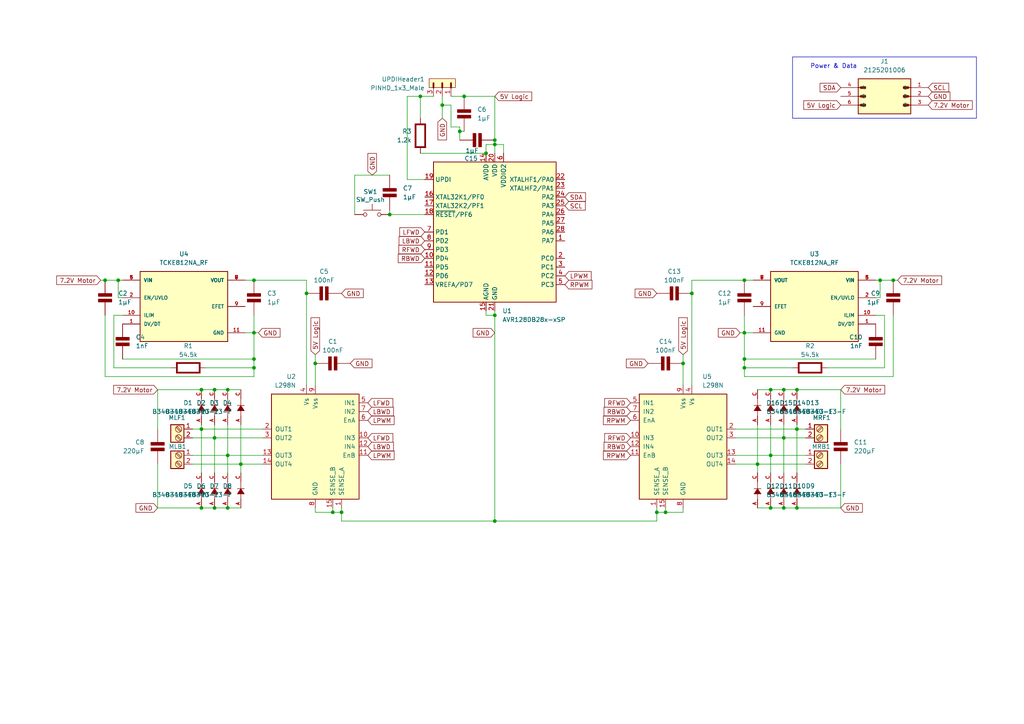
<source format=kicad_sch>
(kicad_sch (version 20250114) (generator "eeschema") (generator_version "9.0")
  (paper "A4")
  (lib_symbols
    (symbol "2125201006:2125201006" (pin_names (offset 1.016))
      (property "Reference" "J" (at -7.62 6.35 0))
      (property "Value" "2125201006" (at -7.62 -7.62 0))
      (symbol "2125201006_0_0"
        (pin passive line (at -12.7 2.54 0) (length 5.08) (name "1") (number "1"))
        (pin passive line (at -12.7 0 0) (length 5.08) (name "2") (number "2"))
        (pin passive line (at -12.7 -2.54 0) (length 5.08) (name "3") (number "3"))
        (pin passive line (at 12.7 2.54 180) (length 5.08) (name "4") (number "4"))
        (pin passive line (at 12.7 0 180) (length 5.08) (name "5") (number "5"))
        (pin passive line (at 12.7 -2.54 180) (length 5.08) (name "6") (number "6"))
      )
    )
    (symbol "B340-13-F:B340-13-F" (pin_names (offset 1.016))
      (property "Reference" "D" (at -5.084 2.542 0))
      (property "Value" "B340-13-F" (at -5.0836 -4.3211 0))
      (symbol "B340-13-F_0_0"
        (pin passive line (at -5.08 0 0) (length 2.54) (name "~") (number "A"))
        (pin passive line (at 5.08 0 180) (length 2.54) (name "~") (number "C"))
      )
    )
    (symbol "Driver_Motor:L298N" (pin_names (offset 1.016))
      (property "Reference" "U" (at -10.16 16.51 0))
      (property "Value" "L298N" (at 12.7 16.51 0))
      (symbol "L298N_1_1"
        (pin input line (at -15.24 12.7 0) (length 2.54) (name "IN1") (number "5"))
        (pin input line (at -15.24 10.16 0) (length 2.54) (name "IN2") (number "7"))
        (pin input line (at -15.24 7.62 0) (length 2.54) (name "EnA") (number "6"))
        (pin input line (at -15.24 2.54 0) (length 2.54) (name "IN3") (number "10"))
        (pin input line (at -15.24 0 0) (length 2.54) (name "IN4") (number "12"))
        (pin input line (at -15.24 -2.54 0) (length 2.54) (name "EnB") (number "11"))
        (pin power_in line (at -7.62 -17.78 90) (length 2.54) (name "SENSE_A") (number "1"))
        (pin power_in line (at -5.08 -17.78 90) (length 2.54) (name "SENSE_B") (number "15"))
        (pin power_in line (at 0 17.78 270) (length 2.54) (name "Vss") (number "9"))
        (pin power_in line (at 0 -17.78 90) (length 2.54) (name "GND") (number "8"))
        (pin power_in line (at 2.54 17.78 270) (length 2.54) (name "Vs") (number "4"))
        (pin output line (at 15.24 5.08 180) (length 2.54) (name "OUT1") (number "2"))
        (pin output line (at 15.24 2.54 180) (length 2.54) (name "OUT2") (number "3"))
        (pin output line (at 15.24 -2.54 180) (length 2.54) (name "OUT3") (number "13"))
        (pin output line (at 15.24 -5.08 180) (length 2.54) (name "OUT4") (number "14"))
      )
    )
    (symbol "MCU_Microchip_AVR_Dx:AVR128DB28x-xSP"
      (property "Reference" "U" (at -17.78 21.59 0))
      (property "Value" "AVR128DB28x-xSP" (at 2.54 -21.59 0))
      (symbol "AVR128DB28x-xSP_1_1"
        (pin input line (at -20.32 15.24 0) (length 2.54) (name "UPDI") (number "19"))
        (pin bidirectional line (at -20.32 10.16 0) (length 2.54) (name "XTAL32K1/PF0") (number "16"))
        (pin bidirectional line (at -20.32 7.62 0) (length 2.54) (name "XTAL32K2/PF1") (number "17"))
        (pin bidirectional line (at -20.32 5.08 0) (length 2.54) (name "~{RESET}/PF6") (number "18"))
        (pin bidirectional line (at -20.32 0 0) (length 2.54) (name "PD1") (number "7"))
        (pin bidirectional line (at -20.32 -2.54 0) (length 2.54) (name "PD2") (number "8"))
        (pin bidirectional line (at -20.32 -5.08 0) (length 2.54) (name "PD3") (number "9"))
        (pin bidirectional line (at -20.32 -7.62 0) (length 2.54) (name "PD4") (number "10"))
        (pin bidirectional line (at -20.32 -10.16 0) (length 2.54) (name "PD5") (number "11"))
        (pin bidirectional line (at -20.32 -12.7 0) (length 2.54) (name "PD6") (number "12"))
        (pin bidirectional line (at -20.32 -15.24 0) (length 2.54) (name "VREFA/PD7") (number "13"))
        (pin power_in line (at -2.54 22.86 270) (length 2.54) (name "AVDD") (number "14"))
        (pin power_in line (at -2.54 -22.86 90) (length 2.54) (name "AGND") (number "15"))
        (pin power_in line (at 0 22.86 270) (length 2.54) (name "VDD") (number "20"))
        (pin power_in line (at 0 -22.86 90) (length 2.54) (name "GND") (number "21"))
        (pin power_in line (at 2.54 22.86 270) (length 2.54) (name "VDDIO2") (number "6"))
        (pin bidirectional line (at 20.32 15.24 180) (length 2.54) (name "XTALHF1/PA0") (number "22"))
        (pin bidirectional line (at 20.32 12.7 180) (length 2.54) (name "XTALHF2/PA1") (number "23"))
        (pin bidirectional line (at 20.32 10.16 180) (length 2.54) (name "PA2") (number "24"))
        (pin bidirectional line (at 20.32 7.62 180) (length 2.54) (name "PA3") (number "25"))
        (pin bidirectional line (at 20.32 5.08 180) (length 2.54) (name "PA4") (number "26"))
        (pin bidirectional line (at 20.32 2.54 180) (length 2.54) (name "PA5") (number "27"))
        (pin bidirectional line (at 20.32 0 180) (length 2.54) (name "PA6") (number "28"))
        (pin bidirectional line (at 20.32 -2.54 180) (length 2.54) (name "PA7") (number "1"))
        (pin bidirectional line (at 20.32 -7.62 180) (length 2.54) (name "PC0") (number "2"))
        (pin bidirectional line (at 20.32 -10.16 180) (length 2.54) (name "PC1") (number "3"))
        (pin bidirectional line (at 20.32 -12.7 180) (length 2.54) (name "PC2") (number "4"))
        (pin bidirectional line (at 20.32 -15.24 180) (length 2.54) (name "PC3") (number "5"))
      )
    )
    (symbol "PCM_Elektuur:C" (pin_numbers (hide yes)) (pin_names (offset 0) (hide yes))
      (property "Reference" "C" (at 0.635 3.175 0))
      (property "Value" "C" (at 0.635 -3.175 0))
      (symbol "C_1_1"
        (pin passive line (at 0 5.08 270) (length 3.8862) (name "+") (number "1"))
        (pin passive line (at 0 -5.08 90) (length 3.8862) (name "-") (number "2"))
      )
      (symbol "C_1_2"
        (pin passive line (at 0 5.08 270) (length 3.5814) (name "+") (number "1"))
        (pin passive line (at 0 -5.08 90) (length 3.5814) (name "-") (number "2"))
      )
    )
    (symbol "PCM_Elektuur:R" (pin_numbers (hide yes)) (pin_names (offset 0) (hide yes))
      (property "Reference" "R" (at 2.54 3.175 0))
      (property "Value" "R" (at 0 0 90))
      (symbol "R_1_1"
        (pin passive line (at 0 5.08 270) (length 1.651) (name "+") (number "1"))
        (pin passive line (at 0 -5.08 90) (length 1.651) (name "-") (number "2"))
      )
      (symbol "R_1_2"
        (pin passive line (at 0 5.08 270) (length 1.651) (name "+") (number "1"))
        (pin passive line (at 0 -5.08 90) (length 1.651) (name "-") (number "2"))
      )
      (symbol "R_1_3"
        (pin passive line (at 0 5.08 270) (length 1.6002) (name "+") (number "1"))
        (pin passive line (at 0 -5.08 90) (length 1.6002) (name "-") (number "2"))
      )
      (symbol "R_1_4"
        (pin passive line (at 0 5.08 270) (length 0.5334) (name "+") (number "1"))
        (pin passive line (at 0 -5.08 90) (length 0.5334) (name "-") (number "2"))
      )
    )
    (symbol "PCM_SL_Pin_Headers:PINHD_1x3_Male"
      (property "Reference" "J" (at 0 7.62 0))
      (property "Value" "PINHD_1x3_Male" (at 0 5.08 0))
      (symbol "PINHD_1x3_Male_1_1"
        (pin passive line (at -3.81 2.54 0) (length 2.54) (name "") (number "1"))
        (pin passive line (at -3.81 0 0) (length 2.54) (name "") (number "2"))
        (pin passive line (at -3.81 -2.54 0) (length 2.54) (name "") (number "3"))
      )
    )
    (symbol "PCM_SL_Screw_Terminal:Screw_Terminal_2_P5.00mm"
      (property "Reference" "J" (at 0 3.81 0))
      (property "Value" "Screw_Terminal_2_P5.00mm" (at 0 -3.81 0))
      (symbol "Screw_Terminal_2_P5.00mm_1_1"
        (pin passive line (at -3.81 1.27 0) (length 2.54) (name "") (number "1"))
        (pin passive line (at -3.81 -1.27 0) (length 2.54) (name "") (number "2"))
      )
    )
    (symbol "Switch:SW_Push" (pin_numbers (hide yes)) (pin_names (offset 1.016) (hide yes))
      (property "Reference" "SW" (at 1.27 2.54 0))
      (property "Value" "SW_Push" (at 0 -1.524 0))
      (symbol "SW_Push_0_1"
        (pin passive line (at -5.08 0 0) (length 2.54) (name "1") (number "1"))
        (pin passive line (at 5.08 0 180) (length 2.54) (name "2") (number "2"))
      )
    )
    (symbol "TCKE812NA_RF:TCKE812NA_RF" (pin_names (offset 1.016))
      (property "Reference" "U" (at -12.7 10.922 0))
      (property "Value" "TCKE812NA_RF" (at -12.7 -12.7 0))
      (symbol "TCKE812NA_RF_0_0"
        (pin input line (at -17.78 7.62 0) (length 5.08) (name "VIN") (number "3"))
        (pin input line (at -17.78 7.62 0) (length 5.08) (name "VIN") (number "4"))
        (pin input line (at -17.78 7.62 0) (length 5.08) (name "VIN") (number "5"))
        (pin input line (at -17.78 2.54 0) (length 5.08) (name "EN/UVLO") (number "2"))
        (pin input line (at -17.78 -2.54 0) (length 5.08) (name "ILIM") (number "10"))
        (pin input line (at -17.78 -5.08 0) (length 5.08) (name "DV/DT") (number "1"))
        (pin output line (at 17.78 7.62 180) (length 5.08) (name "VOUT") (number "6"))
        (pin output line (at 17.78 7.62 180) (length 5.08) (name "VOUT") (number "7"))
        (pin output line (at 17.78 7.62 180) (length 5.08) (name "VOUT") (number "8"))
        (pin passive line (at 17.78 0 180) (length 5.08) (name "EFET") (number "9"))
        (pin power_in line (at 17.78 -7.62 180) (length 5.08) (name "GND") (number "11"))
      )
    )
  )
  (rectangle (start 229.87 16.51) (end 283.21 34.29))
  (text "Power & Data\n" (at 241.808 19.304 0) (effects (font (size 1.27 1.27))))
  (junction (at 62.23 113.03))
  (junction (at 219.71 134.62))
  (junction (at 215.9 106.68))
  (junction (at 190.5 148.59))
  (junction (at 96.52 148.59))
  (junction (at 227.33 147.32))
  (junction (at 66.04 147.32))
  (junction (at 223.52 132.08))
  (junction (at 215.9 81.28))
  (junction (at 62.23 127))
  (junction (at 73.66 81.28))
  (junction (at 73.66 96.52))
  (junction (at 113.03 62.23))
  (junction (at 259.08 81.28))
  (junction (at 227.33 113.03))
  (junction (at 134.62 27.94))
  (junction (at 66.04 113.03))
  (junction (at 143.51 91.44))
  (junction (at 227.33 127))
  (junction (at 200.66 85.09))
  (junction (at 223.52 113.03))
  (junction (at 69.85 134.62))
  (junction (at 30.48 81.28))
  (junction (at 73.66 106.68))
  (junction (at 215.9 96.52))
  (junction (at 88.9 85.09))
  (junction (at 231.14 113.03))
  (junction (at 133.35 38.1))
  (junction (at 215.9 104.14))
  (junction (at 198.12 105.41))
  (junction (at 58.42 124.46))
  (junction (at 91.44 105.41))
  (junction (at 143.51 40.64))
  (junction (at 73.66 104.14))
  (junction (at 231.14 147.32))
  (junction (at 34.29 81.28))
  (junction (at 99.06 148.59))
  (junction (at 143.51 151.13))
  (junction (at 140.97 44.45))
  (junction (at 128.27 30.48))
  (junction (at 231.14 124.46))
  (junction (at 223.52 147.32))
  (junction (at 255.27 81.28))
  (junction (at 58.42 147.32))
  (junction (at 66.04 132.08))
  (junction (at 121.92 27.94))
  (junction (at 143.51 41.91))
  (junction (at 62.23 147.32))
  (junction (at 58.42 113.03))
  (junction (at 193.04 148.59))
  (wire (pts (xy 254 104.14) (xy 215.9 104.14)))
  (wire (pts (xy 99.06 151.13) (xy 143.51 151.13)))
  (wire (pts (xy 146.05 44.45) (xy 146.05 41.91)))
  (wire (pts (xy 143.51 27.94) (xy 143.51 40.64)))
  (wire (pts (xy 30.48 91.44) (xy 30.48 109.22)))
  (wire (pts (xy 231.14 124.46) (xy 213.36 124.46)))
  (wire (pts (xy 227.33 123.19) (xy 227.33 127)))
  (wire (pts (xy 143.51 91.44) (xy 143.51 151.13)))
  (wire (pts (xy 69.85 123.19) (xy 69.85 134.62)))
  (wire (pts (xy 118.11 27.94) (xy 121.92 27.94)))
  (wire (pts (xy 62.23 147.32) (xy 66.04 147.32)))
  (wire (pts (xy 66.04 123.19) (xy 66.04 132.08)))
  (wire (pts (xy 256.54 91.44) (xy 254 91.44)))
  (wire (pts (xy 233.68 124.46) (xy 231.14 124.46)))
  (wire (pts (xy 231.14 124.46) (xy 231.14 137.16)))
  (wire (pts (xy 219.71 134.62) (xy 219.71 137.16)))
  (wire (pts (xy 223.52 132.08) (xy 223.52 137.16)))
  (wire (pts (xy 133.35 38.1) (xy 134.62 38.1)))
  (wire (pts (xy 29.21 81.28) (xy 30.48 81.28)))
  (wire (pts (xy 121.92 44.45) (xy 140.97 44.45)))
  (wire (pts (xy 214.63 96.52) (xy 215.9 96.52)))
  (wire (pts (xy 223.52 123.19) (xy 223.52 132.08)))
  (wire (pts (xy 118.11 52.07) (xy 123.19 52.07)))
  (wire (pts (xy 219.71 134.62) (xy 213.36 134.62)))
  (wire (pts (xy 231.14 113.03) (xy 227.33 113.03)))
  (wire (pts (xy 73.66 96.52) (xy 73.66 104.14)))
  (wire (pts (xy 58.42 147.32) (xy 62.23 147.32)))
  (wire (pts (xy 62.23 127) (xy 76.2 127)))
  (wire (pts (xy 130.81 27.94) (xy 134.62 27.94)))
  (wire (pts (xy 130.81 36.83) (xy 133.35 36.83)))
  (wire (pts (xy 62.23 113.03) (xy 66.04 113.03)))
  (wire (pts (xy 125.73 27.94) (xy 121.92 27.94)))
  (wire (pts (xy 66.04 147.32) (xy 69.85 147.32)))
  (wire (pts (xy 74.93 96.52) (xy 73.66 96.52)))
  (wire (pts (xy 73.66 106.68) (xy 73.66 109.22)))
  (wire (pts (xy 218.44 81.28) (xy 215.9 81.28)))
  (wire (pts (xy 55.88 124.46) (xy 58.42 124.46)))
  (wire (pts (xy 58.42 123.19) (xy 58.42 124.46)))
  (wire (pts (xy 143.51 41.91) (xy 146.05 41.91)))
  (wire (pts (xy 59.69 106.68) (xy 73.66 106.68)))
  (wire (pts (xy 215.9 91.44) (xy 215.9 96.52)))
  (wire (pts (xy 193.04 147.32) (xy 193.04 148.59)))
  (wire (pts (xy 45.72 147.32) (xy 58.42 147.32)))
  (wire (pts (xy 231.14 147.32) (xy 227.33 147.32)))
  (wire (pts (xy 243.84 134.62) (xy 243.84 147.32)))
  (wire (pts (xy 198.12 105.41) (xy 198.12 111.76)))
  (wire (pts (xy 45.72 113.03) (xy 45.72 124.46)))
  (wire (pts (xy 113.03 62.23) (xy 123.19 62.23)))
  (wire (pts (xy 255.27 86.36) (xy 254 86.36)))
  (wire (pts (xy 55.88 132.08) (xy 66.04 132.08)))
  (wire (pts (xy 133.35 38.1) (xy 133.35 36.83)))
  (wire (pts (xy 33.02 91.44) (xy 35.56 91.44)))
  (wire (pts (xy 73.66 91.44) (xy 73.66 96.52)))
  (wire (pts (xy 34.29 81.28) (xy 35.56 81.28)))
  (wire (pts (xy 73.66 81.28) (xy 88.9 81.28)))
  (wire (pts (xy 219.71 123.19) (xy 219.71 134.62)))
  (wire (pts (xy 133.35 38.1) (xy 133.35 40.64)))
  (wire (pts (xy 227.33 127) (xy 227.33 137.16)))
  (wire (pts (xy 215.9 96.52) (xy 218.44 96.52)))
  (wire (pts (xy 227.33 147.32) (xy 223.52 147.32)))
  (wire (pts (xy 58.42 113.03) (xy 62.23 113.03)))
  (wire (pts (xy 215.9 81.28) (xy 200.66 81.28)))
  (wire (pts (xy 260.35 81.28) (xy 259.08 81.28)))
  (wire (pts (xy 255.27 81.28) (xy 255.27 86.36)))
  (wire (pts (xy 140.97 91.44) (xy 143.51 91.44)))
  (wire (pts (xy 88.9 81.28) (xy 88.9 85.09)))
  (wire (pts (xy 128.27 27.94) (xy 128.27 30.48)))
  (wire (pts (xy 215.9 104.14) (xy 215.9 106.68)))
  (wire (pts (xy 102.87 62.23) (xy 102.87 50.8)))
  (wire (pts (xy 62.23 127) (xy 62.23 137.16)))
  (wire (pts (xy 259.08 109.22) (xy 215.9 109.22)))
  (wire (pts (xy 73.66 96.52) (xy 71.12 96.52)))
  (wire (pts (xy 227.33 113.03) (xy 223.52 113.03)))
  (wire (pts (xy 256.54 91.44) (xy 256.54 106.68)))
  (wire (pts (xy 91.44 102.87) (xy 91.44 105.41)))
  (wire (pts (xy 259.08 81.28) (xy 255.27 81.28)))
  (wire (pts (xy 143.51 151.13) (xy 190.5 151.13)))
  (wire (pts (xy 71.12 81.28) (xy 73.66 81.28)))
  (wire (pts (xy 30.48 109.22) (xy 73.66 109.22)))
  (wire (pts (xy 140.97 90.17) (xy 140.97 91.44)))
  (wire (pts (xy 233.68 132.08) (xy 223.52 132.08)))
  (wire (pts (xy 45.72 113.03) (xy 58.42 113.03)))
  (wire (pts (xy 99.06 147.32) (xy 99.06 148.59)))
  (wire (pts (xy 143.51 40.64) (xy 143.51 41.91)))
  (wire (pts (xy 33.02 91.44) (xy 33.02 106.68)))
  (wire (pts (xy 45.72 134.62) (xy 45.72 147.32)))
  (wire (pts (xy 255.27 81.28) (xy 254 81.28)))
  (wire (pts (xy 227.33 127) (xy 213.36 127)))
  (wire (pts (xy 198.12 102.87) (xy 198.12 105.41)))
  (wire (pts (xy 190.5 151.13) (xy 190.5 148.59)))
  (wire (pts (xy 223.52 147.32) (xy 219.71 147.32)))
  (wire (pts (xy 215.9 96.52) (xy 215.9 104.14)))
  (wire (pts (xy 128.27 30.48) (xy 130.81 30.48)))
  (wire (pts (xy 91.44 105.41) (xy 91.44 111.76)))
  (wire (pts (xy 231.14 123.19) (xy 231.14 124.46)))
  (wire (pts (xy 34.29 86.36) (xy 35.56 86.36)))
  (wire (pts (xy 190.5 148.59) (xy 193.04 148.59)))
  (wire (pts (xy 121.92 27.94) (xy 121.92 34.29)))
  (wire (pts (xy 259.08 91.44) (xy 259.08 109.22)))
  (wire (pts (xy 233.68 134.62) (xy 219.71 134.62)))
  (wire (pts (xy 34.29 81.28) (xy 34.29 86.36)))
  (wire (pts (xy 243.84 147.32) (xy 231.14 147.32)))
  (wire (pts (xy 96.52 147.32) (xy 96.52 148.59)))
  (wire (pts (xy 88.9 85.09) (xy 88.9 111.76)))
  (wire (pts (xy 143.51 41.91) (xy 140.97 41.91)))
  (wire (pts (xy 243.84 113.03) (xy 231.14 113.03)))
  (wire (pts (xy 35.56 104.14) (xy 73.66 104.14)))
  (wire (pts (xy 91.44 148.59) (xy 91.44 147.32)))
  (wire (pts (xy 200.66 85.09) (xy 200.66 111.76)))
  (wire (pts (xy 30.48 81.28) (xy 34.29 81.28)))
  (wire (pts (xy 66.04 113.03) (xy 69.85 113.03)))
  (wire (pts (xy 256.54 106.68) (xy 240.03 106.68)))
  (wire (pts (xy 134.62 27.94) (xy 143.51 27.94)))
  (wire (pts (xy 140.97 44.45) (xy 140.97 41.91)))
  (wire (pts (xy 69.85 134.62) (xy 76.2 134.62)))
  (wire (pts (xy 130.81 30.48) (xy 130.81 36.83)))
  (wire (pts (xy 62.23 123.19) (xy 62.23 127)))
  (wire (pts (xy 58.42 124.46) (xy 58.42 137.16)))
  (wire (pts (xy 55.88 127) (xy 62.23 127)))
  (wire (pts (xy 118.11 52.07) (xy 118.11 27.94)))
  (wire (pts (xy 143.51 41.91) (xy 143.51 44.45)))
  (wire (pts (xy 200.66 81.28) (xy 200.66 85.09)))
  (wire (pts (xy 99.06 151.13) (xy 99.06 148.59)))
  (wire (pts (xy 91.44 148.59) (xy 96.52 148.59)))
  (wire (pts (xy 143.51 90.17) (xy 143.51 91.44)))
  (wire (pts (xy 190.5 147.32) (xy 190.5 148.59)))
  (wire (pts (xy 33.02 106.68) (xy 49.53 106.68)))
  (wire (pts (xy 128.27 30.48) (xy 128.27 34.29)))
  (wire (pts (xy 198.12 148.59) (xy 198.12 147.32)))
  (wire (pts (xy 113.03 62.23) (xy 113.03 60.96)))
  (wire (pts (xy 99.06 148.59) (xy 96.52 148.59)))
  (wire (pts (xy 69.85 134.62) (xy 69.85 137.16)))
  (wire (pts (xy 55.88 134.62) (xy 69.85 134.62)))
  (wire (pts (xy 66.04 132.08) (xy 76.2 132.08)))
  (wire (pts (xy 233.68 127) (xy 227.33 127)))
  (wire (pts (xy 243.84 113.03) (xy 243.84 124.46)))
  (wire (pts (xy 215.9 106.68) (xy 215.9 109.22)))
  (wire (pts (xy 66.04 132.08) (xy 66.04 137.16)))
  (wire (pts (xy 229.87 106.68) (xy 215.9 106.68)))
  (wire (pts (xy 223.52 113.03) (xy 219.71 113.03)))
  (wire (pts (xy 102.87 50.8) (xy 113.03 50.8)))
  (wire (pts (xy 58.42 124.46) (xy 76.2 124.46)))
  (wire (pts (xy 198.12 148.59) (xy 193.04 148.59)))
  (wire (pts (xy 223.52 132.08) (xy 213.36 132.08)))
  (wire (pts (xy 73.66 104.14) (xy 73.66 106.68)))
  (global_label "5V Logic" (shape input) (at 243.84 30.48 180) (property "Intersheetrefs" "${INTERSHEET_REFS}" (effects (hide yes))))
  (global_label "SCL" (shape input) (at 269.24 25.4 0) (property "Intersheetrefs" "${INTERSHEET_REFS}" (effects (hide yes))))
  (global_label "LBWD" (shape input) (at 106.68 119.38 0) (property "Intersheetrefs" "${INTERSHEET_REFS}" (effects (hide yes))))
  (global_label "GND" (shape input) (at 101.6 105.41 0) (property "Intersheetrefs" "${INTERSHEET_REFS}" (effects (hide yes))))
  (global_label "7.2V Motor" (shape input) (at 45.72 113.03 180) (property "Intersheetrefs" "${INTERSHEET_REFS}" (effects (hide yes))))
  (global_label "GND" (shape input) (at 107.95 50.8 90) (property "Intersheetrefs" "${INTERSHEET_REFS}" (effects (hide yes))))
  (global_label "SDA" (shape input) (at 243.84 25.4 180) (property "Intersheetrefs" "${INTERSHEET_REFS}" (effects (hide yes))))
  (global_label "GND" (shape input) (at 143.51 96.52 180) (property "Intersheetrefs" "${INTERSHEET_REFS}" (effects (hide yes))))
  (global_label "RBWD" (shape input) (at 123.19 74.93 180) (property "Intersheetrefs" "${INTERSHEET_REFS}" (effects (hide yes))))
  (global_label "LFWD" (shape input) (at 106.68 116.84 0) (property "Intersheetrefs" "${INTERSHEET_REFS}" (effects (hide yes))))
  (global_label "GND" (shape input) (at 190.5 85.09 180) (property "Intersheetrefs" "${INTERSHEET_REFS}" (effects (hide yes))))
  (global_label "LBWD" (shape input) (at 123.19 69.85 180) (property "Intersheetrefs" "${INTERSHEET_REFS}" (effects (hide yes))))
  (global_label "RPWM" (shape input) (at 163.83 82.55 0) (property "Intersheetrefs" "${INTERSHEET_REFS}" (effects (hide yes))))
  (global_label "RBWD" (shape input) (at 182.88 119.38 180) (property "Intersheetrefs" "${INTERSHEET_REFS}" (effects (hide yes))))
  (global_label "GND" (shape input) (at 45.72 147.32 180) (property "Intersheetrefs" "${INTERSHEET_REFS}" (effects (hide yes))))
  (global_label "GND" (shape input) (at 214.63 96.52 180) (property "Intersheetrefs" "${INTERSHEET_REFS}" (effects (hide yes))))
  (global_label "LFWD" (shape input) (at 123.19 67.31 180) (property "Intersheetrefs" "${INTERSHEET_REFS}" (effects (hide yes))))
  (global_label "RFWD" (shape input) (at 182.88 127 180) (property "Intersheetrefs" "${INTERSHEET_REFS}" (effects (hide yes))))
  (global_label "LPWM" (shape input) (at 106.68 132.08 0) (property "Intersheetrefs" "${INTERSHEET_REFS}" (effects (hide yes))))
  (global_label "5V Logic" (shape input) (at 143.51 27.94 0) (property "Intersheetrefs" "${INTERSHEET_REFS}" (effects (hide yes))))
  (global_label "GND" (shape input) (at 128.27 34.29 270) (property "Intersheetrefs" "${INTERSHEET_REFS}" (effects (hide yes))))
  (global_label "GND" (shape input) (at 187.96 105.41 180) (property "Intersheetrefs" "${INTERSHEET_REFS}" (effects (hide yes))))
  (global_label "7.2V Motor" (shape input) (at 29.21 81.28 180) (property "Intersheetrefs" "${INTERSHEET_REFS}" (effects (hide yes))))
  (global_label "RBWD" (shape input) (at 182.88 129.54 180) (property "Intersheetrefs" "${INTERSHEET_REFS}" (effects (hide yes))))
  (global_label "GND" (shape input) (at 99.06 85.09 0) (property "Intersheetrefs" "${INTERSHEET_REFS}" (effects (hide yes))))
  (global_label "LFWD" (shape input) (at 106.68 127 0) (property "Intersheetrefs" "${INTERSHEET_REFS}" (effects (hide yes))))
  (global_label "RPWM" (shape input) (at 182.88 132.08 180) (property "Intersheetrefs" "${INTERSHEET_REFS}" (effects (hide yes))))
  (global_label "GND" (shape input) (at 269.24 27.94 0) (property "Intersheetrefs" "${INTERSHEET_REFS}" (effects (hide yes))))
  (global_label "GND" (shape input) (at 243.84 147.32 0) (property "Intersheetrefs" "${INTERSHEET_REFS}" (effects (hide yes))))
  (global_label "GND" (shape input) (at 74.93 96.52 0) (property "Intersheetrefs" "${INTERSHEET_REFS}" (effects (hide yes))))
  (global_label "7.2V Motor" (shape input) (at 243.84 113.03 0) (property "Intersheetrefs" "${INTERSHEET_REFS}" (effects (hide yes))))
  (global_label "LBWD" (shape input) (at 106.68 129.54 0) (property "Intersheetrefs" "${INTERSHEET_REFS}" (effects (hide yes))))
  (global_label "RPWM" (shape input) (at 182.88 121.92 180) (property "Intersheetrefs" "${INTERSHEET_REFS}" (effects (hide yes))))
  (global_label "SDA" (shape input) (at 163.83 57.15 0) (property "Intersheetrefs" "${INTERSHEET_REFS}" (effects (hide yes))))
  (global_label "RFWD" (shape input) (at 123.19 72.39 180) (property "Intersheetrefs" "${INTERSHEET_REFS}" (effects (hide yes))))
  (global_label "7.2V Motor" (shape input) (at 260.35 81.28 0) (property "Intersheetrefs" "${INTERSHEET_REFS}" (effects (hide yes))))
  (global_label "LPWM" (shape input) (at 163.83 80.01 0) (property "Intersheetrefs" "${INTERSHEET_REFS}" (effects (hide yes))))
  (global_label "SCL" (shape input) (at 163.83 59.69 0) (property "Intersheetrefs" "${INTERSHEET_REFS}" (effects (hide yes))))
  (global_label "7.2V Motor" (shape input) (at 269.24 30.48 0) (property "Intersheetrefs" "${INTERSHEET_REFS}" (effects (hide yes))))
  (global_label "5V Logic" (shape input) (at 91.44 102.87 90) (property "Intersheetrefs" "${INTERSHEET_REFS}" (effects (hide yes))))
  (global_label "5V Logic" (shape input) (at 198.12 102.87 90) (property "Intersheetrefs" "${INTERSHEET_REFS}" (effects (hide yes))))
  (global_label "RFWD" (shape input) (at 182.88 116.84 180) (property "Intersheetrefs" "${INTERSHEET_REFS}" (effects (hide yes))))
  (global_label "LPWM" (shape input) (at 106.68 121.92 0) (property "Intersheetrefs" "${INTERSHEET_REFS}" (effects (hide yes))))
  (symbol (lib_id "Driver_Motor:L298N") (at 198.12 129.54 0) (unit 1)
    (property "Reference" "U5" (at 203.708 109.22 0) (effects (justify left)))
    (property "Value" "L298N" (at 203.708 111.76 0) (effects (justify left)))
    (property "Footprint" "L298N:Multiwatt15L V with heatsink v2" (effects (hide yes)))
    (property "Datasheet" "http://www.st.com/st-web-ui/static/active/en/resource/technical/document/datasheet/CD00000240.pdf" (effects (hide yes)))
    (property "Description" "Dual full bridge motor driver, up to 46V, 4A, Multiwatt15-V" (effects (hide yes)))
  )
  (symbol (lib_id "B340-13-F:B340-13-F") (at 62.23 142.24 270) (mirror x) (unit 1)
    (property "Reference" "D6" (at 59.69 140.9699 90) (effects (justify right)))
    (property "Value" "B340-13-F" (at 59.69 143.5099 90) (effects (justify right)))
    (property "Footprint" "B340-13-F:DIO_B340-13-F" (effects (hide yes)))
    (property "MF" "Diodes Inc." (effects (hide yes)))
    (property "Description_1" "Schottky Diode 3A 40V 0.5Vf SMC | Diodes Inc B340-13-F" (effects (hide yes)))
    (property "Package" "DO-214 Diodes Inc." (effects (hide yes)))
    (property "Price" "None" (effects (hide yes)))
    (property "Check_prices" "https://www.snapeda.com/parts/B340-13-F/Diodes+Inc./view-part/?ref=eda" (effects (hide yes)))
    (property "STANDARD" "Manufacturer Recommendations" (effects (hide yes)))
    (property "PARTREV" "12-2" (effects (hide yes)))
    (property "SnapEDA_Link" "https://www.snapeda.com/parts/B340-13-F/Diodes+Inc./view-part/?ref=snap" (effects (hide yes)))
    (property "MP" "B340-13-F" (effects (hide yes)))
    (property "Availability" "In Stock" (effects (hide yes)))
    (property "MANUFACTURER" "DIODES INCORPORATED" (effects (hide yes)))
  )
  (symbol (lib_id "PCM_Elektuur:C") (at 113.03 55.88 0) (unit 1)
    (property "Reference" "C7" (at 116.84 54.6099 0) (effects (justify left)))
    (property "Value" "1μF" (at 116.84 57.1499 0) (effects (justify left)))
    (property "Footprint" "Capacitor_THT:C_Disc_D3.0mm_W2.0mm_P2.50mm" (effects (hide yes)))
    (property "Description" "capacitor, non-polarized/bipolar" (effects (hide yes)))
    (property "Indicator" "+" (effects (hide yes)))
    (property "Rating" "V" (effects (hide yes)))
  )
  (symbol (lib_id "B340-13-F:B340-13-F") (at 69.85 142.24 270) (mirror x) (unit 1)
    (property "Reference" "D8" (at 67.31 140.9699 90) (effects (justify right)))
    (property "Value" "B340-13-F" (at 67.31 143.5099 90) (effects (justify right)))
    (property "Footprint" "B340-13-F:DIO_B340-13-F" (effects (hide yes)))
    (property "MF" "Diodes Inc." (effects (hide yes)))
    (property "Description_1" "Schottky Diode 3A 40V 0.5Vf SMC | Diodes Inc B340-13-F" (effects (hide yes)))
    (property "Package" "DO-214 Diodes Inc." (effects (hide yes)))
    (property "Price" "None" (effects (hide yes)))
    (property "Check_prices" "https://www.snapeda.com/parts/B340-13-F/Diodes+Inc./view-part/?ref=eda" (effects (hide yes)))
    (property "STANDARD" "Manufacturer Recommendations" (effects (hide yes)))
    (property "PARTREV" "12-2" (effects (hide yes)))
    (property "SnapEDA_Link" "https://www.snapeda.com/parts/B340-13-F/Diodes+Inc./view-part/?ref=snap" (effects (hide yes)))
    (property "MP" "B340-13-F" (effects (hide yes)))
    (property "Availability" "In Stock" (effects (hide yes)))
    (property "MANUFACTURER" "DIODES INCORPORATED" (effects (hide yes)))
  )
  (symbol (lib_id "PCM_Elektuur:C") (at 93.98 85.09 90) (unit 1)
    (property "Reference" "C5" (at 93.98 78.74 90))
    (property "Value" "100nF" (at 93.98 81.28 90))
    (property "Footprint" "Capacitor_THT:C_Disc_D3.0mm_W2.0mm_P2.50mm" (effects (hide yes)))
    (property "Description" "capacitor, non-polarized/bipolar" (effects (hide yes)))
    (property "Indicator" "+" (effects (hide yes)))
    (property "Rating" "V" (effects (hide yes)))
  )
  (symbol (lib_id "PCM_Elektuur:C") (at 45.72 129.54 0) (mirror y) (unit 1)
    (property "Reference" "C8" (at 41.91 128.2699 0) (effects (justify left)))
    (property "Value" "220μF" (at 41.91 130.8099 0) (effects (justify left)))
    (property "Footprint" "Capacitor_THT:C_Disc_D3.0mm_W2.0mm_P2.50mm" (effects (hide yes)))
    (property "Description" "capacitor, non-polarized/bipolar" (effects (hide yes)))
    (property "Indicator" "+" (effects (hide yes)))
    (property "Rating" "V" (effects (hide yes)))
  )
  (symbol (lib_id "Switch:SW_Push") (at 107.95 62.23 0) (unit 1)
    (property "Reference" "SW1" (at 107.442 55.626 0))
    (property "Value" "SW_Push" (at 107.442 57.912 0))
    (property "Footprint" "Button_Switch_THT:SW_PUSH_6mm" (effects (hide yes)))
    (property "Description" "Push button switch, generic, two pins" (effects (hide yes)))
  )
  (symbol (lib_id "B340-13-F:B340-13-F") (at 223.52 142.24 90) (unit 1)
    (property "Reference" "D11" (at 226.06 140.9699 90) (effects (justify right)))
    (property "Value" "B340-13-F" (at 226.06 143.5099 90) (effects (justify right)))
    (property "Footprint" "B340-13-F:DIO_B340-13-F" (effects (hide yes)))
    (property "MF" "Diodes Inc." (effects (hide yes)))
    (property "Description_1" "Schottky Diode 3A 40V 0.5Vf SMC | Diodes Inc B340-13-F" (effects (hide yes)))
    (property "Package" "DO-214 Diodes Inc." (effects (hide yes)))
    (property "Price" "None" (effects (hide yes)))
    (property "Check_prices" "https://www.snapeda.com/parts/B340-13-F/Diodes+Inc./view-part/?ref=eda" (effects (hide yes)))
    (property "STANDARD" "Manufacturer Recommendations" (effects (hide yes)))
    (property "PARTREV" "12-2" (effects (hide yes)))
    (property "SnapEDA_Link" "https://www.snapeda.com/parts/B340-13-F/Diodes+Inc./view-part/?ref=snap" (effects (hide yes)))
    (property "MP" "B340-13-F" (effects (hide yes)))
    (property "Availability" "In Stock" (effects (hide yes)))
    (property "MANUFACTURER" "DIODES INCORPORATED" (effects (hide yes)))
  )
  (symbol (lib_id "PCM_Elektuur:C") (at 195.58 85.09 270) (mirror x) (unit 1)
    (property "Reference" "C13" (at 195.58 78.74 90))
    (property "Value" "100nF" (at 195.58 81.28 90))
    (property "Footprint" "Capacitor_THT:C_Disc_D3.0mm_W2.0mm_P2.50mm" (effects (hide yes)))
    (property "Description" "capacitor, non-polarized/bipolar" (effects (hide yes)))
    (property "Indicator" "+" (effects (hide yes)))
    (property "Rating" "V" (effects (hide yes)))
  )
  (symbol (lib_id "PCM_SL_Screw_Terminal:Screw_Terminal_2_P5.00mm") (at 52.07 125.73 0) (mirror y) (unit 1)
    (property "Reference" "MLF1" (at 53.848 121.158 0) (effects (justify left)))
    (property "Value" "Screw_Terminal_2_P5.00mm" (effects (hide yes)))
    (property "Footprint" "TerminalBlock_Phoenix:TerminalBlock_Phoenix_PT-1,5-2-5.0-H_1x02_P5.00mm_Horizontal" (effects (hide yes)))
  )
  (symbol (lib_id "PCM_Elektuur:C") (at 73.66 86.36 0) (unit 1)
    (property "Reference" "C3" (at 77.47 85.0899 0) (effects (justify left)))
    (property "Value" "1μF" (at 77.47 87.6299 0) (effects (justify left)))
    (property "Footprint" "Capacitor_THT:C_Disc_D3.0mm_W2.0mm_P2.50mm" (effects (hide yes)))
    (property "Description" "capacitor, non-polarized/bipolar" (effects (hide yes)))
    (property "Indicator" "+" (effects (hide yes)))
    (property "Rating" "V" (effects (hide yes)))
  )
  (symbol (lib_id "B340-13-F:B340-13-F") (at 58.42 142.24 270) (mirror x) (unit 1)
    (property "Reference" "D5" (at 55.88 140.9699 90) (effects (justify right)))
    (property "Value" "B340-13-F" (at 55.88 143.5099 90) (effects (justify right)))
    (property "Footprint" "B340-13-F:DIO_B340-13-F" (effects (hide yes)))
    (property "MF" "Diodes Inc." (effects (hide yes)))
    (property "Description_1" "Schottky Diode 3A 40V 0.5Vf SMC | Diodes Inc B340-13-F" (effects (hide yes)))
    (property "Package" "DO-214 Diodes Inc." (effects (hide yes)))
    (property "Price" "None" (effects (hide yes)))
    (property "Check_prices" "https://www.snapeda.com/parts/B340-13-F/Diodes+Inc./view-part/?ref=eda" (effects (hide yes)))
    (property "STANDARD" "Manufacturer Recommendations" (effects (hide yes)))
    (property "PARTREV" "12-2" (effects (hide yes)))
    (property "SnapEDA_Link" "https://www.snapeda.com/parts/B340-13-F/Diodes+Inc./view-part/?ref=snap" (effects (hide yes)))
    (property "MP" "B340-13-F" (effects (hide yes)))
    (property "Availability" "In Stock" (effects (hide yes)))
    (property "MANUFACTURER" "DIODES INCORPORATED" (effects (hide yes)))
  )
  (symbol (lib_id "B340-13-F:B340-13-F") (at 66.04 118.11 270) (mirror x) (unit 1)
    (property "Reference" "D3" (at 63.5 116.8399 90) (effects (justify right)))
    (property "Value" "B340-13-F" (at 63.5 119.3799 90) (effects (justify right)))
    (property "Footprint" "B340-13-F:DIO_B340-13-F" (effects (hide yes)))
    (property "MF" "Diodes Inc." (effects (hide yes)))
    (property "Description_1" "Schottky Diode 3A 40V 0.5Vf SMC | Diodes Inc B340-13-F" (effects (hide yes)))
    (property "Package" "DO-214 Diodes Inc." (effects (hide yes)))
    (property "Price" "None" (effects (hide yes)))
    (property "Check_prices" "https://www.snapeda.com/parts/B340-13-F/Diodes+Inc./view-part/?ref=eda" (effects (hide yes)))
    (property "STANDARD" "Manufacturer Recommendations" (effects (hide yes)))
    (property "PARTREV" "12-2" (effects (hide yes)))
    (property "SnapEDA_Link" "https://www.snapeda.com/parts/B340-13-F/Diodes+Inc./view-part/?ref=snap" (effects (hide yes)))
    (property "MP" "B340-13-F" (effects (hide yes)))
    (property "Availability" "In Stock" (effects (hide yes)))
    (property "MANUFACTURER" "DIODES INCORPORATED" (effects (hide yes)))
  )
  (symbol (lib_id "PCM_Elektuur:C") (at 134.62 33.02 0) (unit 1)
    (property "Reference" "C6" (at 138.43 31.7499 0) (effects (justify left)))
    (property "Value" "1μF" (at 138.43 34.2899 0) (effects (justify left)))
    (property "Footprint" "Capacitor_THT:C_Disc_D3.0mm_W2.0mm_P2.50mm" (effects (hide yes)))
    (property "Description" "capacitor, non-polarized/bipolar" (effects (hide yes)))
    (property "Indicator" "+" (effects (hide yes)))
    (property "Rating" "V" (effects (hide yes)))
  )
  (symbol (lib_id "B340-13-F:B340-13-F") (at 227.33 118.11 90) (unit 1)
    (property "Reference" "D14" (at 229.87 116.8399 90) (effects (justify right)))
    (property "Value" "B340-13-F" (at 229.87 119.3799 90) (effects (justify right)))
    (property "Footprint" "B340-13-F:DIO_B340-13-F" (effects (hide yes)))
    (property "MF" "Diodes Inc." (effects (hide yes)))
    (property "Description_1" "Schottky Diode 3A 40V 0.5Vf SMC | Diodes Inc B340-13-F" (effects (hide yes)))
    (property "Package" "DO-214 Diodes Inc." (effects (hide yes)))
    (property "Price" "None" (effects (hide yes)))
    (property "Check_prices" "https://www.snapeda.com/parts/B340-13-F/Diodes+Inc./view-part/?ref=eda" (effects (hide yes)))
    (property "STANDARD" "Manufacturer Recommendations" (effects (hide yes)))
    (property "PARTREV" "12-2" (effects (hide yes)))
    (property "SnapEDA_Link" "https://www.snapeda.com/parts/B340-13-F/Diodes+Inc./view-part/?ref=snap" (effects (hide yes)))
    (property "MP" "B340-13-F" (effects (hide yes)))
    (property "Availability" "In Stock" (effects (hide yes)))
    (property "MANUFACTURER" "DIODES INCORPORATED" (effects (hide yes)))
  )
  (symbol (lib_id "PCM_Elektuur:C") (at 193.04 105.41 270) (mirror x) (unit 1)
    (property "Reference" "C14" (at 193.04 99.06 90))
    (property "Value" "100nF" (at 193.04 101.6 90))
    (property "Footprint" "Capacitor_THT:C_Disc_D3.0mm_W2.0mm_P2.50mm" (effects (hide yes)))
    (property "Description" "capacitor, non-polarized/bipolar" (effects (hide yes)))
    (property "Indicator" "+" (effects (hide yes)))
    (property "Rating" "V" (effects (hide yes)))
  )
  (symbol (lib_id "B340-13-F:B340-13-F") (at 223.52 118.11 90) (unit 1)
    (property "Reference" "D15" (at 226.06 116.8399 90) (effects (justify right)))
    (property "Value" "B340-13-F" (at 226.06 119.3799 90) (effects (justify right)))
    (property "Footprint" "B340-13-F:DIO_B340-13-F" (effects (hide yes)))
    (property "MF" "Diodes Inc." (effects (hide yes)))
    (property "Description_1" "Schottky Diode 3A 40V 0.5Vf SMC | Diodes Inc B340-13-F" (effects (hide yes)))
    (property "Package" "DO-214 Diodes Inc." (effects (hide yes)))
    (property "Price" "None" (effects (hide yes)))
    (property "Check_prices" "https://www.snapeda.com/parts/B340-13-F/Diodes+Inc./view-part/?ref=eda" (effects (hide yes)))
    (property "STANDARD" "Manufacturer Recommendations" (effects (hide yes)))
    (property "PARTREV" "12-2" (effects (hide yes)))
    (property "SnapEDA_Link" "https://www.snapeda.com/parts/B340-13-F/Diodes+Inc./view-part/?ref=snap" (effects (hide yes)))
    (property "MP" "B340-13-F" (effects (hide yes)))
    (property "Availability" "In Stock" (effects (hide yes)))
    (property "MANUFACTURER" "DIODES INCORPORATED" (effects (hide yes)))
  )
  (symbol (lib_id "2125201006:2125201006") (at 256.54 27.94 0) (mirror y) (unit 1)
    (property "Reference" "J1" (at 256.54 17.78 0))
    (property "Value" "2125201006" (at 256.54 20.32 0))
    (property "Footprint" "2125201006:MOLEX_2125201006" (effects (hide yes)))
    (property "DigiKey_Part_Number" "900-2125201006-ND" (effects (hide yes)))
    (property "SnapEDA_Link" "https://www.snapeda.com/parts/212520-1006/Molex/view-part/?ref=snap" (effects (hide yes)))
    (property "MAXIMUM_PACKAGE_HEIGHT" "13.60mm" (effects (hide yes)))
    (property "Package" "None" (effects (hide yes)))
    (property "Check_prices" "https://www.snapeda.com/parts/212520-1006/Molex/view-part/?ref=eda" (effects (hide yes)))
    (property "STANDARD" "Manufacturer Recommendations" (effects (hide yes)))
    (property "PARTREV" "B1" (effects (hide yes)))
    (property "MF" "Molex" (effects (hide yes)))
    (property "MP" "212520-1006" (effects (hide yes)))
    (property "Description_1" "\n                        \n                            MINI-FIT MAX 6 CIRCUIT HDR VERT | Molex Incorporated 212520-1006\n                        \n" (effects (hide yes)))
    (property "MANUFACTURER" "Molex" (effects (hide yes)))
  )
  (symbol (lib_id "PCM_Elektuur:C") (at 254 99.06 0) (mirror y) (unit 1)
    (property "Reference" "C10" (at 250.19 97.7899 0) (effects (justify left)))
    (property "Value" "1nF" (at 250.19 100.3299 0) (effects (justify left)))
    (property "Footprint" "Capacitor_THT:C_Disc_D3.0mm_W2.0mm_P2.50mm" (effects (hide yes)))
    (property "Description" "capacitor, non-polarized/bipolar" (effects (hide yes)))
    (property "Indicator" "+" (effects (hide yes)))
    (property "Rating" "V" (effects (hide yes)))
  )
  (symbol (lib_id "B340-13-F:B340-13-F") (at 62.23 118.11 270) (mirror x) (unit 1)
    (property "Reference" "D2" (at 59.69 116.8399 90) (effects (justify right)))
    (property "Value" "B340-13-F" (at 59.69 119.3799 90) (effects (justify right)))
    (property "Footprint" "B340-13-F:DIO_B340-13-F" (effects (hide yes)))
    (property "MF" "Diodes Inc." (effects (hide yes)))
    (property "Description_1" "Schottky Diode 3A 40V 0.5Vf SMC | Diodes Inc B340-13-F" (effects (hide yes)))
    (property "Package" "DO-214 Diodes Inc." (effects (hide yes)))
    (property "Price" "None" (effects (hide yes)))
    (property "Check_prices" "https://www.snapeda.com/parts/B340-13-F/Diodes+Inc./view-part/?ref=eda" (effects (hide yes)))
    (property "STANDARD" "Manufacturer Recommendations" (effects (hide yes)))
    (property "PARTREV" "12-2" (effects (hide yes)))
    (property "SnapEDA_Link" "https://www.snapeda.com/parts/B340-13-F/Diodes+Inc./view-part/?ref=snap" (effects (hide yes)))
    (property "MP" "B340-13-F" (effects (hide yes)))
    (property "Availability" "In Stock" (effects (hide yes)))
    (property "MANUFACTURER" "DIODES INCORPORATED" (effects (hide yes)))
  )
  (symbol (lib_id "B340-13-F:B340-13-F") (at 58.42 118.11 270) (mirror x) (unit 1)
    (property "Reference" "D1" (at 55.88 116.8399 90) (effects (justify right)))
    (property "Value" "B340-13-F" (at 55.88 119.3799 90) (effects (justify right)))
    (property "Footprint" "B340-13-F:DIO_B340-13-F" (effects (hide yes)))
    (property "MF" "Diodes Inc." (effects (hide yes)))
    (property "Description_1" "Schottky Diode 3A 40V 0.5Vf SMC | Diodes Inc B340-13-F" (effects (hide yes)))
    (property "Package" "DO-214 Diodes Inc." (effects (hide yes)))
    (property "Price" "None" (effects (hide yes)))
    (property "Check_prices" "https://www.snapeda.com/parts/B340-13-F/Diodes+Inc./view-part/?ref=eda" (effects (hide yes)))
    (property "STANDARD" "Manufacturer Recommendations" (effects (hide yes)))
    (property "PARTREV" "12-2" (effects (hide yes)))
    (property "SnapEDA_Link" "https://www.snapeda.com/parts/B340-13-F/Diodes+Inc./view-part/?ref=snap" (effects (hide yes)))
    (property "MP" "B340-13-F" (effects (hide yes)))
    (property "Availability" "In Stock" (effects (hide yes)))
    (property "MANUFACTURER" "DIODES INCORPORATED" (effects (hide yes)))
  )
  (symbol (lib_id "Driver_Motor:L298N") (at 91.44 129.54 0) (mirror y) (unit 1)
    (property "Reference" "U2" (at 85.852 109.22 0) (effects (justify left)))
    (property "Value" "L298N" (at 85.852 111.76 0) (effects (justify left)))
    (property "Footprint" "L298N:Multiwatt15L V with heatsink v2" (effects (hide yes)))
    (property "Datasheet" "http://www.st.com/st-web-ui/static/active/en/resource/technical/document/datasheet/CD00000240.pdf" (effects (hide yes)))
    (property "Description" "Dual full bridge motor driver, up to 46V, 4A, Multiwatt15-V" (effects (hide yes)))
  )
  (symbol (lib_id "TCKE812NA_RF:TCKE812NA_RF") (at 236.22 88.9 0) (mirror y) (unit 1)
    (property "Reference" "U3" (at 236.22 73.66 0))
    (property "Value" "TCKE812NA_RF" (at 236.22 76.2 0))
    (property "Footprint" "TCKE812NA_RF:IC_TCKE812NA_RF" (effects (hide yes)))
    (property "MF" "Toshiba Semiconductor and Storage" (effects (hide yes)))
    (property "MAXIMUM_PACKAGE_HEIGHT" "0.75mm" (effects (hide yes)))
    (property "Package" "WFDFN-10 Toshiba Semiconductor and Storage" (effects (hide yes)))
    (property "Price" "None" (effects (hide yes)))
    (property "Check_prices" "https://www.snapeda.com/parts/TCKE812NA,RF/Toshiba/view-part/?ref=eda" (effects (hide yes)))
    (property "STANDARD" "Manufacturer Recommendations" (effects (hide yes)))
    (property "PARTREV" "9.0" (effects (hide yes)))
    (property "SnapEDA_Link" "https://www.snapeda.com/parts/TCKE812NA,RF/Toshiba/view-part/?ref=snap" (effects (hide yes)))
    (property "MP" "TCKE812NA,RF" (effects (hide yes)))
    (property "Description_1" "\n                        \n                            Fuse IC with Adjustable Over Current Protection and Reverse Current Blocking FET Control\n                        \n" (effects (hide yes)))
    (property "Availability" "In Stock" (effects (hide yes)))
    (property "MANUFACTURER" "Toshiba Semiconductor and Storage" (effects (hide yes)))
  )
  (symbol (lib_id "PCM_Elektuur:C") (at 96.52 105.41 90) (unit 1)
    (property "Reference" "C1" (at 96.52 99.06 90))
    (property "Value" "100nF" (at 96.52 101.6 90))
    (property "Footprint" "Capacitor_THT:C_Disc_D3.0mm_W2.0mm_P2.50mm" (effects (hide yes)))
    (property "Description" "capacitor, non-polarized/bipolar" (effects (hide yes)))
    (property "Indicator" "+" (effects (hide yes)))
    (property "Rating" "V" (effects (hide yes)))
  )
  (symbol (lib_id "B340-13-F:B340-13-F") (at 219.71 142.24 90) (unit 1)
    (property "Reference" "D12" (at 222.25 140.9699 90) (effects (justify right)))
    (property "Value" "B340-13-F" (at 222.25 143.5099 90) (effects (justify right)))
    (property "Footprint" "B340-13-F:DIO_B340-13-F" (effects (hide yes)))
    (property "MF" "Diodes Inc." (effects (hide yes)))
    (property "Description_1" "Schottky Diode 3A 40V 0.5Vf SMC | Diodes Inc B340-13-F" (effects (hide yes)))
    (property "Package" "DO-214 Diodes Inc." (effects (hide yes)))
    (property "Price" "None" (effects (hide yes)))
    (property "Check_prices" "https://www.snapeda.com/parts/B340-13-F/Diodes+Inc./view-part/?ref=eda" (effects (hide yes)))
    (property "STANDARD" "Manufacturer Recommendations" (effects (hide yes)))
    (property "PARTREV" "12-2" (effects (hide yes)))
    (property "SnapEDA_Link" "https://www.snapeda.com/parts/B340-13-F/Diodes+Inc./view-part/?ref=snap" (effects (hide yes)))
    (property "MP" "B340-13-F" (effects (hide yes)))
    (property "Availability" "In Stock" (effects (hide yes)))
    (property "MANUFACTURER" "DIODES INCORPORATED" (effects (hide yes)))
  )
  (symbol (lib_id "B340-13-F:B340-13-F") (at 227.33 142.24 90) (unit 1)
    (property "Reference" "D10" (at 229.87 140.9699 90) (effects (justify right)))
    (property "Value" "B340-13-F" (at 229.87 143.5099 90) (effects (justify right)))
    (property "Footprint" "B340-13-F:DIO_B340-13-F" (effects (hide yes)))
    (property "MF" "Diodes Inc." (effects (hide yes)))
    (property "Description_1" "Schottky Diode 3A 40V 0.5Vf SMC | Diodes Inc B340-13-F" (effects (hide yes)))
    (property "Package" "DO-214 Diodes Inc." (effects (hide yes)))
    (property "Price" "None" (effects (hide yes)))
    (property "Check_prices" "https://www.snapeda.com/parts/B340-13-F/Diodes+Inc./view-part/?ref=eda" (effects (hide yes)))
    (property "STANDARD" "Manufacturer Recommendations" (effects (hide yes)))
    (property "PARTREV" "12-2" (effects (hide yes)))
    (property "SnapEDA_Link" "https://www.snapeda.com/parts/B340-13-F/Diodes+Inc./view-part/?ref=snap" (effects (hide yes)))
    (property "MP" "B340-13-F" (effects (hide yes)))
    (property "Availability" "In Stock" (effects (hide yes)))
    (property "MANUFACTURER" "DIODES INCORPORATED" (effects (hide yes)))
  )
  (symbol (lib_id "PCM_Elektuur:C") (at 138.43 40.64 270) (unit 1)
    (property "Reference" "C15" (at 136.652 45.974 90))
    (property "Value" "1μF" (at 136.906 43.688 90))
    (property "Footprint" "Capacitor_THT:C_Disc_D3.0mm_W2.0mm_P2.50mm" (effects (hide yes)))
    (property "Description" "capacitor, non-polarized/bipolar" (effects (hide yes)))
    (property "Indicator" "+" (effects (hide yes)))
    (property "Rating" "V" (effects (hide yes)))
  )
  (symbol (lib_id "PCM_SL_Screw_Terminal:Screw_Terminal_2_P5.00mm") (at 237.49 125.73 0) (unit 1)
    (property "Reference" "MRF1" (at 235.712 121.158 0) (effects (justify left)))
    (property "Value" "Screw_Terminal_2_P5.00mm" (effects (hide yes)))
    (property "Footprint" "TerminalBlock_Phoenix:TerminalBlock_Phoenix_PT-1,5-2-5.0-H_1x02_P5.00mm_Horizontal" (effects (hide yes)))
  )
  (symbol (lib_id "PCM_Elektuur:C") (at 259.08 86.36 0) (mirror y) (unit 1)
    (property "Reference" "C9" (at 255.27 85.0899 0) (effects (justify left)))
    (property "Value" "1μF" (at 255.27 87.6299 0) (effects (justify left)))
    (property "Footprint" "Capacitor_THT:C_Disc_D3.0mm_W2.0mm_P2.50mm" (effects (hide yes)))
    (property "Description" "capacitor, non-polarized/bipolar" (effects (hide yes)))
    (property "Indicator" "+" (effects (hide yes)))
    (property "Rating" "V" (effects (hide yes)))
  )
  (symbol (lib_id "PCM_Elektuur:R") (at 234.95 106.68 90) (mirror x) (unit 1)
    (property "Reference" "R2" (at 234.95 100.33 90))
    (property "Value" "54.5k" (at 234.95 102.87 90))
    (property "Footprint" "Resistor_THT:R_Axial_DIN0207_L6.3mm_D2.5mm_P5.08mm_Vertical" (effects (hide yes)))
    (property "Description" "resistor" (effects (hide yes)))
    (property "Indicator" "+" (effects (hide yes)))
    (property "Rating" "W" (effects (hide yes)))
  )
  (symbol (lib_id "B340-13-F:B340-13-F") (at 231.14 142.24 90) (unit 1)
    (property "Reference" "D9" (at 233.68 140.9699 90) (effects (justify right)))
    (property "Value" "B340-13-F" (at 233.68 143.5099 90) (effects (justify right)))
    (property "Footprint" "B340-13-F:DIO_B340-13-F" (effects (hide yes)))
    (property "MF" "Diodes Inc." (effects (hide yes)))
    (property "Description_1" "Schottky Diode 3A 40V 0.5Vf SMC | Diodes Inc B340-13-F" (effects (hide yes)))
    (property "Package" "DO-214 Diodes Inc." (effects (hide yes)))
    (property "Price" "None" (effects (hide yes)))
    (property "Check_prices" "https://www.snapeda.com/parts/B340-13-F/Diodes+Inc./view-part/?ref=eda" (effects (hide yes)))
    (property "STANDARD" "Manufacturer Recommendations" (effects (hide yes)))
    (property "PARTREV" "12-2" (effects (hide yes)))
    (property "SnapEDA_Link" "https://www.snapeda.com/parts/B340-13-F/Diodes+Inc./view-part/?ref=snap" (effects (hide yes)))
    (property "MP" "B340-13-F" (effects (hide yes)))
    (property "Availability" "In Stock" (effects (hide yes)))
    (property "MANUFACTURER" "DIODES INCORPORATED" (effects (hide yes)))
  )
  (symbol (lib_id "PCM_Elektuur:R") (at 54.61 106.68 270) (unit 1)
    (property "Reference" "R1" (at 54.61 100.33 90))
    (property "Value" "54.5k" (at 54.61 102.87 90))
    (property "Footprint" "Resistor_THT:R_Axial_DIN0207_L6.3mm_D2.5mm_P5.08mm_Vertical" (effects (hide yes)))
    (property "Description" "resistor" (effects (hide yes)))
    (property "Indicator" "+" (effects (hide yes)))
    (property "Rating" "W" (effects (hide yes)))
  )
  (symbol (lib_id "B340-13-F:B340-13-F") (at 219.71 118.11 90) (unit 1)
    (property "Reference" "D16" (at 222.25 116.8399 90) (effects (justify right)))
    (property "Value" "B340-13-F" (at 222.25 119.3799 90) (effects (justify right)))
    (property "Footprint" "B340-13-F:DIO_B340-13-F" (effects (hide yes)))
    (property "MF" "Diodes Inc." (effects (hide yes)))
    (property "Description_1" "Schottky Diode 3A 40V 0.5Vf SMC | Diodes Inc B340-13-F" (effects (hide yes)))
    (property "Package" "DO-214 Diodes Inc." (effects (hide yes)))
    (property "Price" "None" (effects (hide yes)))
    (property "Check_prices" "https://www.snapeda.com/parts/B340-13-F/Diodes+Inc./view-part/?ref=eda" (effects (hide yes)))
    (property "STANDARD" "Manufacturer Recommendations" (effects (hide yes)))
    (property "PARTREV" "12-2" (effects (hide yes)))
    (property "SnapEDA_Link" "https://www.snapeda.com/parts/B340-13-F/Diodes+Inc./view-part/?ref=snap" (effects (hide yes)))
    (property "MP" "B340-13-F" (effects (hide yes)))
    (property "Availability" "In Stock" (effects (hide yes)))
    (property "MANUFACTURER" "DIODES INCORPORATED" (effects (hide yes)))
  )
  (symbol (lib_id "PCM_SL_Screw_Terminal:Screw_Terminal_2_P5.00mm") (at 52.07 133.35 0) (mirror y) (unit 1)
    (property "Reference" "MLB1" (at 54.102 129.54 0) (effects (justify left)))
    (property "Value" "Screw_Terminal_2_P5.00mm" (effects (hide yes)))
    (property "Footprint" "TerminalBlock_Phoenix:TerminalBlock_Phoenix_PT-1,5-2-5.0-H_1x02_P5.00mm_Horizontal" (effects (hide yes)))
  )
  (symbol (lib_id "B340-13-F:B340-13-F") (at 66.04 142.24 270) (mirror x) (unit 1)
    (property "Reference" "D7" (at 63.5 140.9699 90) (effects (justify right)))
    (property "Value" "B340-13-F" (at 63.5 143.5099 90) (effects (justify right)))
    (property "Footprint" "B340-13-F:DIO_B340-13-F" (effects (hide yes)))
    (property "MF" "Diodes Inc." (effects (hide yes)))
    (property "Description_1" "Schottky Diode 3A 40V 0.5Vf SMC | Diodes Inc B340-13-F" (effects (hide yes)))
    (property "Package" "DO-214 Diodes Inc." (effects (hide yes)))
    (property "Price" "None" (effects (hide yes)))
    (property "Check_prices" "https://www.snapeda.com/parts/B340-13-F/Diodes+Inc./view-part/?ref=eda" (effects (hide yes)))
    (property "STANDARD" "Manufacturer Recommendations" (effects (hide yes)))
    (property "PARTREV" "12-2" (effects (hide yes)))
    (property "SnapEDA_Link" "https://www.snapeda.com/parts/B340-13-F/Diodes+Inc./view-part/?ref=snap" (effects (hide yes)))
    (property "MP" "B340-13-F" (effects (hide yes)))
    (property "Availability" "In Stock" (effects (hide yes)))
    (property "MANUFACTURER" "DIODES INCORPORATED" (effects (hide yes)))
  )
  (symbol (lib_id "PCM_Elektuur:C") (at 215.9 86.36 0) (mirror y) (unit 1)
    (property "Reference" "C12" (at 212.09 85.0899 0) (effects (justify left)))
    (property "Value" "1μF" (at 212.09 87.6299 0) (effects (justify left)))
    (property "Footprint" "Capacitor_THT:C_Disc_D3.0mm_W2.0mm_P2.50mm" (effects (hide yes)))
    (property "Description" "capacitor, non-polarized/bipolar" (effects (hide yes)))
    (property "Indicator" "+" (effects (hide yes)))
    (property "Rating" "V" (effects (hide yes)))
  )
  (symbol (lib_id "PCM_SL_Screw_Terminal:Screw_Terminal_2_P5.00mm") (at 237.49 133.35 0) (unit 1)
    (property "Reference" "MRB1" (at 235.458 129.54 0) (effects (justify left)))
    (property "Value" "Screw_Terminal_2_P5.00mm" (effects (hide yes)))
    (property "Footprint" "TerminalBlock_Phoenix:TerminalBlock_Phoenix_PT-1,5-2-5.0-H_1x02_P5.00mm_Horizontal" (effects (hide yes)))
  )
  (symbol (lib_id "PCM_Elektuur:C") (at 35.56 99.06 0) (unit 1)
    (property "Reference" "C4" (at 39.37 97.7899 0) (effects (justify left)))
    (property "Value" "1nF" (at 39.37 100.3299 0) (effects (justify left)))
    (property "Footprint" "Capacitor_THT:C_Disc_D3.0mm_W2.0mm_P2.50mm" (effects (hide yes)))
    (property "Description" "capacitor, non-polarized/bipolar" (effects (hide yes)))
    (property "Indicator" "+" (effects (hide yes)))
    (property "Rating" "V" (effects (hide yes)))
  )
  (symbol (lib_id "PCM_SL_Pin_Headers:PINHD_1x3_Male") (at 128.27 24.13 270) (mirror x) (unit 1)
    (property "Reference" "UPDIHeader1" (at 123.19 22.9849 90) (effects (justify right)))
    (property "Value" "PINHD_1x3_Male" (at 123.19 25.5249 90) (effects (justify right)))
    (property "Footprint" "Connector_PinHeader_2.54mm:PinHeader_1x03_P2.54mm_Vertical" (effects (hide yes)))
    (property "Description" "Pin Header male with pin space 2.54mm. Pin Count -3" (effects (hide yes)))
  )
  (symbol (lib_id "MCU_Microchip_AVR_Dx:AVR128DB28x-xSP") (at 143.51 67.31 0) (unit 1)
    (property "Reference" "U1" (at 145.7041 90.17 0) (effects (justify left)))
    (property "Value" "AVR128DB28x-xSP" (at 145.7041 92.71 0) (effects (justify left)))
    (property "Footprint" "Package_DIP:DIP-28_W7.62mm_Socket" (effects (hide yes)))
    (property "Datasheet" "https://ww1.microchip.com/downloads/en/DeviceDoc/AVR128DB28-32-48-64-DataSheet-DS40002247A.pdf" (effects (hide yes)))
    (property "Description" "24MHz, 128kB Flash, 16kB SRAM, EEPROM with Op Amps and Multi-Voltage I/O, SPDIP-28" (effects (hide yes)))
  )
  (symbol (lib_id "B340-13-F:B340-13-F") (at 69.85 118.11 270) (mirror x) (unit 1)
    (property "Reference" "D4" (at 67.31 116.8399 90) (effects (justify right)))
    (property "Value" "B340-13-F" (at 67.31 119.3799 90) (effects (justify right)))
    (property "Footprint" "B340-13-F:DIO_B340-13-F" (effects (hide yes)))
    (property "MF" "Diodes Inc." (effects (hide yes)))
    (property "Description_1" "Schottky Diode 3A 40V 0.5Vf SMC | Diodes Inc B340-13-F" (effects (hide yes)))
    (property "Package" "DO-214 Diodes Inc." (effects (hide yes)))
    (property "Price" "None" (effects (hide yes)))
    (property "Check_prices" "https://www.snapeda.com/parts/B340-13-F/Diodes+Inc./view-part/?ref=eda" (effects (hide yes)))
    (property "STANDARD" "Manufacturer Recommendations" (effects (hide yes)))
    (property "PARTREV" "12-2" (effects (hide yes)))
    (property "SnapEDA_Link" "https://www.snapeda.com/parts/B340-13-F/Diodes+Inc./view-part/?ref=snap" (effects (hide yes)))
    (property "MP" "B340-13-F" (effects (hide yes)))
    (property "Availability" "In Stock" (effects (hide yes)))
    (property "MANUFACTURER" "DIODES INCORPORATED" (effects (hide yes)))
  )
  (symbol (lib_id "PCM_Elektuur:C") (at 30.48 86.36 0) (unit 1)
    (property "Reference" "C2" (at 34.29 85.0899 0) (effects (justify left)))
    (property "Value" "1μF" (at 34.29 87.6299 0) (effects (justify left)))
    (property "Footprint" "Capacitor_THT:C_Disc_D3.0mm_W2.0mm_P2.50mm" (effects (hide yes)))
    (property "Description" "capacitor, non-polarized/bipolar" (effects (hide yes)))
    (property "Indicator" "+" (effects (hide yes)))
    (property "Rating" "V" (effects (hide yes)))
  )
  (symbol (lib_id "TCKE812NA_RF:TCKE812NA_RF") (at 53.34 88.9 0) (unit 1)
    (property "Reference" "U4" (at 53.34 73.66 0))
    (property "Value" "TCKE812NA_RF" (at 53.34 76.2 0))
    (property "Footprint" "TCKE812NA_RF:IC_TCKE812NA_RF" (effects (hide yes)))
    (property "MF" "Toshiba Semiconductor and Storage" (effects (hide yes)))
    (property "MAXIMUM_PACKAGE_HEIGHT" "0.75mm" (effects (hide yes)))
    (property "Package" "WFDFN-10 Toshiba Semiconductor and Storage" (effects (hide yes)))
    (property "Price" "None" (effects (hide yes)))
    (property "Check_prices" "https://www.snapeda.com/parts/TCKE812NA,RF/Toshiba/view-part/?ref=eda" (effects (hide yes)))
    (property "STANDARD" "Manufacturer Recommendations" (effects (hide yes)))
    (property "PARTREV" "9.0" (effects (hide yes)))
    (property "SnapEDA_Link" "https://www.snapeda.com/parts/TCKE812NA,RF/Toshiba/view-part/?ref=snap" (effects (hide yes)))
    (property "MP" "TCKE812NA,RF" (effects (hide yes)))
    (property "Description_1" "\n                        \n                            Fuse IC with Adjustable Over Current Protection and Reverse Current Blocking FET Control\n                        \n" (effects (hide yes)))
    (property "Availability" "In Stock" (effects (hide yes)))
    (property "MANUFACTURER" "Toshiba Semiconductor and Storage" (effects (hide yes)))
  )
  (symbol (lib_id "PCM_Elektuur:R") (at 121.92 39.37 0) (mirror y) (unit 1)
    (property "Reference" "R3" (at 119.38 38.0999 0) (effects (justify left)))
    (property "Value" "1.2k" (at 119.38 40.6399 0) (effects (justify left)))
    (property "Footprint" "Resistor_THT:R_Axial_DIN0207_L6.3mm_D2.5mm_P5.08mm_Vertical" (effects (hide yes)))
    (property "Description" "resistor" (effects (hide yes)))
    (property "Indicator" "+" (effects (hide yes)))
    (property "Rating" "W" (effects (hide yes)))
  )
  (symbol (lib_id "PCM_Elektuur:C") (at 243.84 129.54 0) (unit 1)
    (property "Reference" "C11" (at 247.65 128.2699 0) (effects (justify left)))
    (property "Value" "220μF" (at 247.65 130.8099 0) (effects (justify left)))
    (property "Footprint" "Capacitor_THT:C_Disc_D3.0mm_W2.0mm_P2.50mm" (effects (hide yes)))
    (property "Description" "capacitor, non-polarized/bipolar" (effects (hide yes)))
    (property "Indicator" "+" (effects (hide yes)))
    (property "Rating" "V" (effects (hide yes)))
  )
  (symbol (lib_id "B340-13-F:B340-13-F") (at 231.14 118.11 90) (unit 1)
    (property "Reference" "D13" (at 233.68 116.8399 90) (effects (justify right)))
    (property "Value" "B340-13-F" (at 233.68 119.3799 90) (effects (justify right)))
    (property "Footprint" "B340-13-F:DIO_B340-13-F" (effects (hide yes)))
    (property "MF" "Diodes Inc." (effects (hide yes)))
    (property "Description_1" "Schottky Diode 3A 40V 0.5Vf SMC | Diodes Inc B340-13-F" (effects (hide yes)))
    (property "Package" "DO-214 Diodes Inc." (effects (hide yes)))
    (property "Price" "None" (effects (hide yes)))
    (property "Check_prices" "https://www.snapeda.com/parts/B340-13-F/Diodes+Inc./view-part/?ref=eda" (effects (hide yes)))
    (property "STANDARD" "Manufacturer Recommendations" (effects (hide yes)))
    (property "PARTREV" "12-2" (effects (hide yes)))
    (property "SnapEDA_Link" "https://www.snapeda.com/parts/B340-13-F/Diodes+Inc./view-part/?ref=snap" (effects (hide yes)))
    (property "MP" "B340-13-F" (effects (hide yes)))
    (property "Availability" "In Stock" (effects (hide yes)))
    (property "MANUFACTURER" "DIODES INCORPORATED" (effects (hide yes)))
  )
)
</source>
